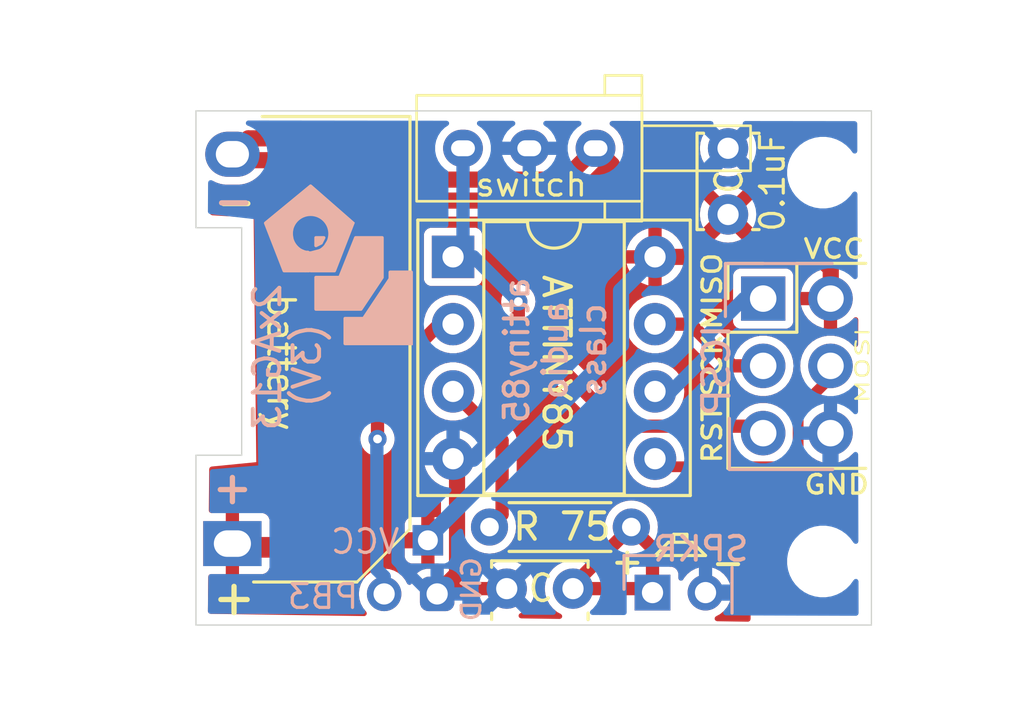
<source format=kicad_pcb>
(kicad_pcb (version 20240108) (generator "pcbnew") (generator_version "8.0")
  (layers (0 "F.Cu" signal) (31 "B.Cu" signal) (34 "B.Paste" user) (35 "F.Paste" user) (36 "B.SilkS" user "B.Silkscreen") (37 "F.SilkS" user "F.Silkscreen") (38 "B.Mask" user) (39 "F.Mask" user) (44 "Edge.Cuts" user))
  (net 0 "")
  (net 1 "GNDREF")
  (net 2 "VCC")
  (net 3 "/rst")
  (net 4 "Net-(ATTINY85-XTAL1{slash}PB3)")
  (net 5 "Net-(ATTINY85-XTAL2{slash}PB4)")
  (net 6 "Net-(ATTINY85-AREF{slash}PB0)")
  (net 7 "Net-(ATTINY85-PB1)")
  (net 8 "Net-(ATTINY85-PB2)")
  (net 9 "Net-(BT1--)")
  (net 10 "Net-(J3-Pin_1)")
  (footprint "Connector_PinSocket_2.00mm:PinSocket_1x02_P2.00mm_Vertical" (layer "F.Cu") (at 126.7 146.075 90)
    (property "Reference" "J3" (hide yes))
    (property "Value" "Conn_01x02")
    (pad "1" thru_hole rect (at 0 0 90) (size 1.35 1.35) (drill 0.8) (layers "*.Cu" "*.Mask") (net 10 "Net-(J3-Pin_1)"))
    (pad "2" thru_hole oval (at 0 2 90) (size 1.35 1.35) (drill 0.8) (layers "*.Cu" "*.Mask") (net 1 "GNDREF"))
  )
  (footprint "Package_DIP:DIP-8_W7.62mm_Socket" (layer "F.Cu") (at 119.175 133.4)
    (property "Reference" "ATTINY85" (at 3.9 4.02 -90) (layer "F.SilkS"))
    (property "Value" "ATtiny85-20PU")
    (fp_line (start -1.33 -1.39) (end -1.33 9.01) (stroke (width 0.12)) (layer "F.SilkS"))
    (fp_line (start -1.33 9.01) (end 8.95 9.01) (stroke (width 0.12)) (layer "F.SilkS"))
    (fp_line (start 1.16 -1.33) (end 1.16 8.95) (stroke (width 0.12)) (layer "F.SilkS"))
    (fp_line (start 1.16 8.95) (end 6.46 8.95) (stroke (width 0.12)) (layer "F.SilkS"))
    (fp_line (start 2.81 -1.33) (end 1.16 -1.33) (stroke (width 0.12)) (layer "F.SilkS"))
    (fp_line (start 6.46 -1.33) (end 4.81 -1.33) (stroke (width 0.12)) (layer "F.SilkS"))
    (fp_line (start 6.46 8.95) (end 6.46 -1.33) (stroke (width 0.12)) (layer "F.SilkS"))
    (fp_line (start 8.95 -1.39) (end -1.33 -1.39) (stroke (width 0.12)) (layer "F.SilkS"))
    (fp_line (start 8.95 9.01) (end 8.95 -1.39) (stroke (width 0.12)) (layer "F.SilkS"))
    (fp_arc (start 4.81 -1.33) (mid 3.81 -0.33) (end 2.81 -1.33) (stroke (width 0.12)) (layer "F.SilkS"))
    (pad "1" thru_hole rect (at 0 0) (size 1.6 1.6) (drill 0.8) (layers "*.Cu" "*.Mask") (net 3 "/rst"))
    (pad "2" thru_hole oval (at 0 2.54) (size 1.6 1.6) (drill 0.8) (layers "*.Cu" "*.Mask") (net 4 "Net-(ATTINY85-XTAL1{slash}PB3)"))
    (pad "3" thru_hole oval (at 0 5.08) (size 1.6 1.6) (drill 0.8) (layers "*.Cu" "*.Mask") (net 5 "Net-(ATTINY85-XTAL2{slash}PB4)"))
    (pad "4" thru_hole oval (at 0 7.62) (size 1.6 1.6) (drill 0.8) (layers "*.Cu" "*.Mask") (net 1 "GNDREF"))
    (pad "5" thru_hole oval (at 7.62 7.62) (size 1.6 1.6) (drill 0.8) (layers "*.Cu" "*.Mask") (net 6 "Net-(ATTINY85-AREF{slash}PB0)"))
    (pad "6" thru_hole oval (at 7.62 5.08) (size 1.6 1.6) (drill 0.8) (layers "*.Cu" "*.Mask") (net 7 "Net-(ATTINY85-PB1)"))
    (pad "7" thru_hole oval (at 7.62 2.54) (size 1.6 1.6) (drill 0.8) (layers "*.Cu" "*.Mask") (net 8 "Net-(ATTINY85-PB2)"))
    (pad "8" thru_hole oval (at 7.62 0) (size 1.6 1.6) (drill 0.8) (layers "*.Cu" "*.Mask") (net 2 "VCC"))
  )
  (footprint "Resistor_THT:R_Axial_DIN0204_L3.6mm_D1.6mm_P5.08mm_Horizontal" (layer "F.Cu") (at 125.75 143.6 180)
    (property "Reference" "Rfilter" (hide yes))
    (property "Value" "68")
    (fp_line (start 0.62 0.92) (end 4.46 0.92) (stroke (width 0.12)) (layer "F.SilkS"))
    (fp_line (start 0.62 -0.92) (end 4.46 -0.92) (stroke (width 0.12)) (layer "F.SilkS"))
    (pad "1" thru_hole circle (at -0.15 0 180) (size 1.4 1.4) (drill 0.7) (layers "*.Cu" "*.Mask") (net 10 "Net-(J3-Pin_1)"))
    (pad "2" thru_hole oval (at 5.2 0 180) (size 1.4 1.4) (drill 0.7) (layers "*.Cu" "*.Mask") (net 5 "Net-(ATTINY85-XTAL2{slash}PB4)"))
  )
  (footprint "Capacitor_THT:C_Disc_D3.4mm_W2.1mm_P2.50mm" (layer "F.Cu") (at 123.7 145.925 180)
    (property "Reference" "C2" (hide yes))
    (property "Value" ".1")
    (fp_line (start 3.07 0.805) (end 3.07 1.05) (stroke (width 0.12)) (layer "F.SilkS"))
    (fp_line (start 3.07 -1.17) (end 3.07 -0.925) (stroke (width 0.12)) (layer "F.SilkS"))
    (fp_line (start -0.57 1.05) (end 3.07 1.05) (stroke (width 0.12)) (layer "F.SilkS"))
    (fp_line (start -0.57 0.805) (end -0.57 1.05) (stroke (width 0.12)) (layer "F.SilkS"))
    (fp_line (start -0.57 -1.17) (end -0.57 -0.925) (stroke (width 0.12)) (layer "F.SilkS"))
    (pad "1" thru_hole circle (at 0 0 180) (size 1.52 1.52) (drill 0.8) (layers "*.Cu" "*.Mask") (net 10 "Net-(J3-Pin_1)"))
    (pad "2" thru_hole circle (at 2.5 0 180) (size 1.52 1.52) (drill 0.8) (layers "*.Cu" "*.Mask") (net 1 "GNDREF"))
  )
  (footprint "attinyspeaker:ag13by2" (layer "F.Cu") (at 110.85 136.875)
    (property "Reference" "BT1" (hide yes))
    (property "Value" "Battery")
    (fp_line (start 4.7 8.8) (end 6.7 6.8) (stroke (width 0.1)) (layer "F.SilkS"))
    (pad "1" thru_hole rect (at 0 7.35) (size 2.2 1.7) (drill oval 1.4 1) (layers "*.Cu" "*.Mask") (net 2 "VCC"))
    (pad "2" thru_hole oval (at 0 -7.35) (size 2.05 1.7) (drill oval 1.25 1) (layers "*.Cu" "*.Mask") (net 9 "Net-(BT1--)"))
  )
  (footprint "Capacitor_THT:C_Disc_D3.4mm_W2.1mm_P2.50mm" (layer "F.Cu") (at 129.55 131.8 90)
    (property "Reference" "C1" (hide yes))
    (property "Value" ".1")
    (fp_line (start 3.07 -1.17) (end 3.07 -0.925) (stroke (width 0.12)) (layer "F.SilkS"))
    (fp_line (start -0.57 -1.17) (end 3.07 -1.17) (stroke (width 0.12)) (layer "F.SilkS"))
    (fp_line (start -0.57 -1.17) (end -0.57 -0.925) (stroke (width 0.12)) (layer "F.SilkS"))
    (fp_line (start 3.07 0.925) (end 3.07 1.17) (stroke (width 0.12)) (layer "F.SilkS"))
    (fp_line (start -0.57 0.925) (end -0.57 1.17) (stroke (width 0.12)) (layer "F.SilkS"))
    (pad "1" thru_hole circle (at 0 0 90) (size 1.52 1.52) (drill 0.8) (layers "*.Cu" "*.Mask") (net 2 "VCC"))
    (pad "2" thru_hole circle (at 2.5 0 90) (size 1.52 1.52) (drill 0.8) (layers "*.Cu" "*.Mask") (net 1 "GNDREF"))
  )
  (footprint "Connector_PinHeader_2.00mm:PinHeader_1x02_P2.00mm_Vertical" (layer "F.Cu") (at 118.575 146.125 -90)
    (property "Reference" "J1" (hide yes))
    (property "Value" "Conn_01x02")
    (pad "1" thru_hole roundrect (at 0 0 270) (size 1.3 1.3) (drill 0.8) (layers "*.Cu" "*.Mask") (net 1 "GNDREF"))
    (pad "2" thru_hole oval (at 0 2 270) (size 1.3 1.3) (drill 0.8) (layers "*.Cu" "*.Mask") (net 4 "Net-(ATTINY85-XTAL1{slash}PB3)"))
  )
  (footprint "MountingHole:MountingHole_2.2mm_M2" (layer "F.Cu") (at 133.13 144.9)
    (property "Reference" "H1" (hide yes))
    (property "Value" "MountingHole")
    (pad "" np_thru_hole circle (at 0 0) (size 2.2 2.2) (drill 2.2) (layers "F&B.Cu" "*.Mask"))
  )
  (footprint "Connector_PinHeader_2.00mm:PinHeader_1x01_P2.00mm_Vertical" (layer "F.Cu") (at 118.225 144.1)
    (property "Reference" "J2" (hide yes))
    (property "Value" "Conn_01x01")
    (pad "1" thru_hole rect (at 0 0) (size 1.15 1.15) (drill 0.75) (layers "*.Cu" "*.Mask") (net 2 "VCC"))
  )
  (footprint "Connector_PinHeader_2.54mm:PinHeader_2x03_P2.54mm_Vertical" (layer "F.Cu") (at 130.875 134.975)
    (property "Reference" "J5" (hide yes))
    (property "Value" "Conn_02x03_Odd_Even")
    (fp_line (start -1.33 -1.33) (end 0 -1.33) (stroke (width 0.12)) (layer "F.SilkS"))
    (fp_line (start -1.33 0) (end -1.33 -1.33) (stroke (width 0.12)) (layer "F.SilkS"))
    (fp_line (start -1.33 1.27) (end -1.33 6.41) (stroke (width 0.12)) (layer "F.SilkS"))
    (fp_line (start -1.33 1.27) (end 1.27 1.27) (stroke (width 0.12)) (layer "F.SilkS"))
    (fp_line (start -1.33 6.41) (end 3.87 6.41) (stroke (width 0.12)) (layer "F.SilkS"))
    (fp_line (start 1.27 -1.33) (end 3.87 -1.33) (stroke (width 0.12)) (layer "F.SilkS"))
    (fp_line (start 1.27 1.27) (end 1.27 -1.33) (stroke (width 0.12)) (layer "F.SilkS"))
    (pad "1" thru_hole rect (at 0 0) (size 1.67 1.67) (drill 1) (layers "*.Cu" "*.Mask") (net 7 "Net-(ATTINY85-PB1)"))
    (pad "2" thru_hole oval (at 2.54 0) (size 1.68 1.68) (drill 1) (layers "*.Cu" "*.Mask") (net 2 "VCC"))
    (pad "3" thru_hole oval (at 0 2.54) (size 1.68 1.68) (drill 1) (layers "*.Cu" "*.Mask") (net 8 "Net-(ATTINY85-PB2)"))
    (pad "4" thru_hole oval (at 2.54 2.54) (size 1.68 1.68) (drill 1) (layers "*.Cu" "*.Mask") (net 6 "Net-(ATTINY85-AREF{slash}PB0)"))
    (pad "5" thru_hole oval (at 0 5.08) (size 1.68 1.68) (drill 1) (layers "*.Cu" "*.Mask") (net 3 "/rst"))
    (pad "6" thru_hole oval (at 2.54 5.08) (size 1.68 1.68) (drill 1) (layers "*.Cu" "*.Mask") (net 1 "GNDREF"))
  )
  (footprint "MountingHole:MountingHole_2.2mm_M2" (layer "F.Cu") (at 133.13 130.22)
    (property "Reference" "H2" (hide yes))
    (property "Value" "MountingHole")
    (pad "" np_thru_hole circle (at 0 0) (size 2.2 2.2) (drill 2.2) (layers "F&B.Cu" "*.Mask"))
  )
  (footprint "attinyspeaker:spdt_w_hole" (layer "F.Cu") (at 122.05 129.3)
    (property "Reference" "SW1" (hide yes))
    (property "Value" "SW_SPDT")
    (fp_line (start 2.85 -2.75) (end 2.85 -2) (stroke (width 0.1)) (layer "F.SilkS"))
    (fp_line (start 2.85 2.75) (end 2.85 2) (stroke (width 0.1)) (layer "F.SilkS"))
    (fp_line (start 2.85 2.75) (end 4.25 2.75) (stroke (width 0.1)) (layer "F.SilkS"))
    (fp_line (start 4.25 -2.75) (end 2.85 -2.75) (stroke (width 0.1)) (layer "F.SilkS"))
    (fp_line (start 4.25 2.75) (end 4.25 -2.75) (stroke (width 0.1)) (layer "F.SilkS"))
    (fp_rect (start -4.25 -2) (end 4.25 2) (stroke (width 0.1)) (fill none) (layer "F.SilkS"))
    (fp_rect (start 4.25 -0.85) (end 8.35 0.85) (stroke (width 0.1)) (fill none) (layer "F.SilkS"))
    (pad "1" thru_hole oval (at 2.5 0) (size 1.5 1.4) (drill oval 0.9 0.6) (layers "*.Cu" "*.Mask") (net 9 "Net-(BT1--)"))
    (pad "2" thru_hole oval (at 0 0) (size 1.5 1.4) (drill oval 0.9 0.6) (layers "*.Cu" "*.Mask") (net 1 "GNDREF"))
    (pad "3" thru_hole oval (at -2.5 0) (size 1.5 1.4) (drill oval 0.9 0.6) (layers "*.Cu" "*.Mask") (net 3 "/rst"))
  )
  (footprint "attinyspeaker:makerlogo" (layer "B.Cu") (at 115.7 134.875 180)
    (property "Reference" "REF**" (hide yes))
    (property "Value" "makerlogo")
    (fp_rect (start 2 0.95) (end 2.1 1.65) (stroke (width 0.12)) (fill none) (layer "B.SilkS"))
    (fp_circle (center 1.9 2.35) (end 1.7 3.05) (stroke (width 0.12)) (fill none) (layer "B.SilkS"))
    (fp_poly (pts (xy 1.7 1.9) (xy 1.5 2) (xy 1.4 2.2) (xy 1.7 2.2)) (stroke (width 0.12)) (fill solid) (layer "B.SilkS"))
    (fp_poly (pts (xy 1.7 0.7) (xy 1.7 -0.5) (xy 0 -0.5) (xy -0.8 0.7) (xy -0.8 2.2) (xy 0.2 2.2) (xy 0.8 0.7)) (stroke (width 0.12)) (fill solid) (layer "B.SilkS"))
    (fp_poly (pts (xy -1.9 0.9) (xy -1.1 0.9) (xy -1.1 0.65) (xy -0.1 -0.85) (xy 0.6 -0.85) (xy 0.6 -1.8) (xy -1.9 -1.8)) (stroke (width 0.12)) (fill solid) (layer "B.SilkS"))
    (fp_poly (pts (xy 3.6 2.75) (xy 2.9 0.95) (xy 2.1 0.95) (xy 2.1 1.65) (xy 2.43111 1.781779) (xy 2.6 2.05) (xy 2.62801 2.35) (xy 2.6 2.75) (xy 2.330206 3.044387) (xy 1.930206 3.172397) (xy 1.5 3.05) (xy 1.17199 2.65) (xy 1.1 2.25) (xy 1.3 1.95) (xy 1.4 1.75) (xy 1.9 1.62199) (xy 1.9 0.95) (xy 1 0.95) (xy 0.3 2.75) (xy 1.9 4.15)) (stroke (width 0.12)) (fill solid) (layer "B.SilkS"))
  )
  (gr_line (start 125.625 144.675) (end 125.625 145.95) (stroke (width 0.12)) (layer "B.SilkS"))
  (gr_line (start 129.6 139.5) (end 129.6 141.425) (stroke (width 0.12)) (layer "B.SilkS"))
  (gr_line (start 129.6 141.425) (end 133.5 141.425) (stroke (width 0.12)) (layer "B.SilkS"))
  (gr_line (start 129.7 145.125) (end 129.7 146.85) (stroke (width 0.12)) (layer "B.SilkS"))
  (gr_line (start 126.775 144.675) (end 125.625 144.675) (stroke (width 0.12)) (layer "B.SilkS"))
  (gr_line (start 129.45 135.65) (end 129.45 133.65) (stroke (width 0.12)) (layer "B.SilkS"))
  (gr_line (start 129.45 133.65) (end 133.475 133.65) (stroke (width 0.12)) (layer "B.SilkS"))
  (gr_line (start 117.55 143.675) (end 117.55 128.1) (stroke (width 0.12)) (layer "F.SilkS"))
  (gr_line (start 126.8 144.675) (end 128.7 144.675) (stroke (width 0.12)) (layer "F.SilkS"))
  (gr_line (start 128.2 144.175) (end 127.3 144.175) (stroke (width 0.12)) (layer "F.SilkS"))
  (gr_line (start 128 143.875) (end 127.5 143.875) (stroke (width 0.12)) (layer "F.SilkS"))
  (gr_line (start 128 144.175) (end 128 143.875) (stroke (width 0.12)) (layer "F.SilkS"))
  (gr_line (start 117.55 128.1) (end 111.975 128.1) (stroke (width 0.12)) (layer "F.SilkS"))
  (gr_line (start 127.3 144.175) (end 126.8 144.675) (stroke (width 0.12)) (layer "F.SilkS"))
  (gr_line (start 127.5 144.175) (end 127.5 143.875) (stroke (width 0.12)) (layer "F.SilkS"))
  (gr_line (start 128.7 144.675) (end 128.2 144.175) (stroke (width 0.12)) (layer "F.SilkS"))
  (gr_line (start 115.55 145.675) (end 111.65 145.675) (stroke (width 0.12)) (layer "F.SilkS"))
  (gr_line (start 111.2 132.3) (end 111.2 140.888) (stroke (width 0.05)) (layer "Edge.Cuts"))
  (gr_line (start 109.475 127.888) (end 109.475 132.3) (stroke (width 0.05)) (layer "Edge.Cuts"))
  (gr_line (start 134.9588 147.3) (end 134.9588 127.888) (stroke (width 0.05)) (layer "Edge.Cuts"))
  (gr_line (start 111.2 140.888) (end 109.475 140.888) (stroke (width 0.05)) (layer "Edge.Cuts"))
  (gr_line (start 109.475 140.888) (end 109.475 147.3) (stroke (width 0.05)) (layer "Edge.Cuts"))
  (gr_line (start 134.9588 127.888) (end 109.475 127.888) (stroke (width 0.05)) (layer "Edge.Cuts"))
  (gr_line (start 109.475 147.3) (end 134.9588 147.3) (stroke (width 0.05)) (layer "Edge.Cuts"))
  (gr_line (start 109.475 132.3) (end 111.2 132.3) (stroke (width 0.05)) (layer "Edge.Cuts"))
  (gr_text "PB3" (at 115.675 146.75 0) (layer "B.SilkS") (effects (font (size 0.9 0.9) (thickness 0.12)) (justify left bottom mirror)))
  (gr_text "GND" (at 120.275 144.65 90) (layer "B.SilkS") (effects (font (size 0.7 0.8) (thickness 0.12)) (justify left bottom mirror)))
  (gr_text "-" (at 111.775 131.975 0) (layer "B.SilkS") (effects (font (size 1.2 1.2) (thickness 0.2)) (justify left bottom mirror)))
  (gr_text "SPKR" (at 128.525 144.425 0) (layer "B.SilkS") (effects (font (size 0.9 0.9)) (justify mirror)))
  (gr_text "(3V)" (at 114.25 135.825 90) (layer "B.SilkS") (effects (font (size 1 1)) (justify left bottom mirror)))
  (gr_text "ICSP" (at 129.7 135.875 90) (layer "B.SilkS") (effects (font (size 1 1)) (justify left bottom mirror)))
  (gr_text "VCC" (at 117.225 144.675 0) (layer "B.SilkS") (effects (font (size 0.9 0.9) (thickness 0.12)) (justify left bottom mirror)))
  (gr_text "attiny85\naudio\nclass" (at 123.025 136.925 90) (layer "B.SilkS") (effects (font (size 0.9 0.9)) (justify mirror)))
  (gr_text "+" (at 111.725 142.8 0) (layer "B.SilkS") (effects (font (size 1.2 1.2) (thickness 0.2)) (justify left bottom mirror)))
  (gr_text "2xAG13" (at 112.75 134.325 90) (layer "B.SilkS") (effects (font (size 1 1)) (justify left bottom mirror)))
  (gr_text "GND" (at 133.65 142 0) (layer "F.SilkS") (effects (font (size 0.7 0.8) (thickness 0.13) (bold yes))))
  (gr_text "RST" (at 128.95 140.1 90) (layer "F.SilkS") (effects (font (size 0.7 0.8) (thickness 0.13) (bold yes))))
  (gr_text "battery" (at 112.1 134.7 270) (layer "F.SilkS") (effects (font (size 1 1) (thickness 0.13)) (justify left bottom)))
  (gr_text "C" (at 121.95 146.5 0) (layer "F.SilkS") (effects (font (size 1 0.9) (thickness 0.13)) (justify left bottom)))
  (gr_text "-" (at 129.55 145.075 180) (layer "F.SilkS") (effects (font (size 1 1))))
  (gr_text "0.1uF" (at 131.75 132.525 90) (layer "F.SilkS") (effects (font (size 0.9 0.9) (thickness 0.12)) (justify left bottom)))
  (gr_text "MOSI" (at 134.625 137.5 90) (layer "F.SilkS") (effects (font (size 0.5 0.8) (thickness 0.08))))
  (gr_text "+" (at 125.75 144.875 0) (layer "F.SilkS") (effects (font (size 1 1))))
  (gr_text "SCK" (at 128.95 137.5 90) (layer "F.SilkS") (effects (font (size 0.7 0.8) (thickness 0.13) (bold yes))))
  (gr_text "switch" (at 119.95 131.175 0) (layer "F.SilkS") (effects (font (size 0.85 0.9) (thickness 0.12)) (justify left bottom)))
  (gr_text "VCC" (at 133.55 133.1 0) (layer "F.SilkS") (effects (font (size 0.7 0.8) (thickness 0.13) (bold yes))))
  (gr_text "+" (at 109.975 147 0) (layer "F.SilkS") (effects (font (size 1.3 1.3) (thickness 0.2)) (justify left bottom)))
  (gr_text "R 75" (at 121.35 144.175 0) (layer "F.SilkS") (effects (font (size 1 1)) (justify left bottom)))
  (gr_text "-" (at 110.1 132 0) (layer "F.SilkS") (effects (font (size 1.2 1.2) (thickness 0.2)) (justify left bottom)))
  (gr_text "C" (at 130.175 131.1 90) (layer "F.SilkS") (effects (font (size 1 0.9) (thickness 0.13)) (justify left bottom)))
  (gr_text "MISO" (at 128.95 134.7 90) (layer "F.SilkS") (effects (font (size 0.7 0.8) (thickness 0.13) (bold yes))))
  (segment (start 121.2 145.925) (end 118.775 145.925) (width 0.5) (layer "F.Cu") (net 1))
  (segment (start 119.325 141.17) (end 119.325 145.375) (width 0.6096) (layer "F.Cu") (net 1))
  (segment (start 118.775 145.925) (end 118.575 146.125) (width 0.5) (layer "F.Cu") (net 1))
  (segment (start 119.175 141.02) (end 119.325 141.17) (width 0.6096) (layer "F.Cu") (net 1))
  (segment (start 119.325 145.375) (end 118.575 146.125) (width 0.6096) (layer "F.Cu") (net 1))
  (segment (start 127.275 131.7) (end 125.65 131.7) (width 0.6096) (layer "B.Cu") (net 1))
  (segment (start 132.444559 143.2452) (end 131.4752 144.214559) (width 0.6096) (layer "B.Cu") (net 1))
  (segment (start 130.025 146.075) (end 128.7 146.075) (width 0.6096) (layer "B.Cu") (net 1))
  (segment (start 125.65 131.7) (end 125.075 132.275) (width 0.6096) (layer "B.Cu") (net 1))
  (segment (start 118.3 146.125) (end 117.5 145.325) (width 0.4064) (layer "B.Cu") (net 1))
  (segment (start 125.075 132.275) (end 125.075 133.306129) (width 0.6096) (layer "B.Cu") (net 1))
  (segment (start 122.463 135.918129) (end 122.463 138.487) (width 0.6096) (layer "B.Cu") (net 1))
  (segment (start 129.55 129.3) (end 129.55 129.425) (width 0.6096) (layer "B.Cu") (net 1))
  (segment (start 133.415 142.685) (end 132.8548 143.2452) (width 0.6096) (layer "B.Cu") (net 1))
  (segment (start 122.463 138.487) (end 119.93 141.02) (width 0.6096) (layer "B.Cu") (net 1))
  (segment (start 131.4752 144.214559) (end 131.4752 144.6248) (width 0.6096) (layer "B.Cu") (net 1))
  (segment (start 125.075 133.306129) (end 122.463 135.918129) (width 0.6096) (layer "B.Cu") (net 1))
  (segment (start 131.4752 144.6248) (end 130.025 146.075) (width 0.6096) (layer "B.Cu") (net 1))
  (segment (start 129.55 129.425) (end 127.275 131.7) (width 0.6096) (layer "B.Cu") (net 1))
  (segment (start 119.93 141.02) (end 119.175 141.02) (width 0.6096) (layer "B.Cu") (net 1))
  (segment (start 118.575 146.125) (end 118.3 146.125) (width 0.4064) (layer "B.Cu") (net 1))
  (segment (start 133.415 140.055) (end 133.415 142.685) (width 0.6096) (layer "B.Cu") (net 1))
  (segment (start 132.8548 143.2452) (end 132.444559 143.2452) (width 0.6096) (layer "B.Cu") (net 1))
  (segment (start 111.075 144.45) (end 110.85 144.225) (width 0.6096) (layer "F.Cu") (net 2))
  (segment (start 118.225 144.1) (end 116.2 144.1) (width 0.6096) (layer "F.Cu") (net 2))
  (segment (start 126.795 133.4) (end 127.95 133.4) (width 0.6096) (layer "F.Cu") (net 2))
  (segment (start 129.55 131.8) (end 131.225 133.475) (width 0.6096) (layer "F.Cu") (net 2))
  (segment (start 133.425 133.85) (end 133.425 134.965) (width 0.6096) (layer "F.Cu") (net 2))
  (segment (start 127.95 133.4) (end 129.55 131.8) (width 0.6096) (layer "F.Cu") (net 2))
  (segment (start 116.2 144.1) (end 115.85 144.45) (width 0.6096) (layer "F.Cu") (net 2))
  (segment (start 131.225 133.475) (end 133.05 133.475) (width 0.6096) (layer "F.Cu") (net 2))
  (segment (start 133.425 134.965) (end 133.415 134.975) (width 0.6096) (layer "F.Cu") (net 2))
  (segment (start 133.05 133.475) (end 133.425 133.85) (width 0.6096) (layer "F.Cu") (net 2))
  (segment (start 115.85 144.45) (end 111.075 144.45) (width 0.6096) (layer "F.Cu") (net 2))
  (segment (start 118.225 144.1) (end 118.225 144) (width 0.6096) (layer "B.Cu") (net 2))
  (segment (start 125.5124 134.6826) (end 126.795 133.4) (width 0.6096) (layer "B.Cu") (net 2))
  (segment (start 118.225 144) (end 125.5124 136.7126) (width 0.6096) (layer "B.Cu") (net 2))
  (segment (start 125.5124 136.7126) (end 125.5124 134.6826) (width 0.6096) (layer "B.Cu") (net 2))
  (segment (start 125.4422 139.7922) (end 130.6122 139.7922) (width 0.5) (layer "F.Cu") (net 3))
  (segment (start 121.6375 135.9875) (end 125.4422 139.7922) (width 0.5) (layer "F.Cu") (net 3))
  (segment (start 130.6122 139.7922) (end 130.875 140.055) (width 0.5) (layer "F.Cu") (net 3))
  (segment (start 121.6375 135.0875) (end 121.6375 135.9875) (width 0.5) (layer "F.Cu") (net 3))
  (via (at 121.6375 135.0875) (size 0.6858) (drill 0.3302) (layers "F.Cu" "B.Cu") (net 3))
  (segment (start 119.55 129.3) (end 119.55 133.025) (width 0.5) (layer "B.Cu") (net 3))
  (segment (start 119.55 133.025) (end 119.175 133.4) (width 0.5) (layer "B.Cu") (net 3))
  (segment (start 121.6375 135.0875) (end 119.95 133.4) (width 0.5) (layer "B.Cu") (net 3))
  (segment (start 119.95 133.4) (end 119.175 133.4) (width 0.5) (layer "B.Cu") (net 3))
  (segment (start 116.325 138.275) (end 118.66 135.94) (width 0.5) (layer "F.Cu") (net 4))
  (segment (start 118.66 135.94) (end 119.175 135.94) (width 0.5) (layer "F.Cu") (net 4))
  (segment (start 116.325 140.275) (end 116.325 138.275) (width 0.5) (layer "F.Cu") (net 4))
  (via (at 116.325 140.275) (size 0.6858) (drill 0.3302) (layers "F.Cu" "B.Cu") (net 4))
  (segment (start 116.325 140.275) (end 116.3 140.3) (width 0.5) (layer "B.Cu") (net 4))
  (segment (start 116.575 145.475) (end 116.575 146.125) (width 0.5) (layer "B.Cu") (net 4))
  (segment (start 116.3 140.3) (end 116.3 145.2) (width 0.5) (layer "B.Cu") (net 4))
  (segment (start 116.3 145.2) (end 116.575 145.475) (width 0.5) (layer "B.Cu") (net 4))
  (segment (start 121.025 143.125) (end 121.025 140.33) (width 0.5) (layer "F.Cu") (net 5))
  (segment (start 120.55 143.6) (end 121.025 143.125) (width 0.5) (layer "F.Cu") (net 5))
  (segment (start 121.025 140.33) (end 119.175 138.48) (width 0.5) (layer "F.Cu") (net 5))
  (segment (start 132.194 139.181) (end 132.194 140.681) (width 0.4064) (layer "F.Cu") (net 6))
  (segment (start 131.55 141.325) (end 127.1 141.325) (width 0.4064) (layer "F.Cu") (net 6))
  (segment (start 127.1 141.325) (end 126.795 141.02) (width 0.4064) (layer "F.Cu") (net 6))
  (segment (start 133.415 137.515) (end 133.415 137.96) (width 0.4064) (layer "F.Cu") (net 6))
  (segment (start 132.194 140.681) (end 131.55 141.325) (width 0.4064) (layer "F.Cu") (net 6))
  (segment (start 133.415 137.96) (end 132.194 139.181) (width 0.4064) (layer "F.Cu") (net 6))
  (segment (start 126.795 138.48) (end 127.395 138.48) (width 0.5) (layer "B.Cu") (net 7))
  (segment (start 128.8 137.075) (end 128.8 136.325) (width 0.5) (layer "B.Cu") (net 7))
  (segment (start 127.395 138.48) (end 128.8 137.075) (width 0.5) (layer "B.Cu") (net 7))
  (segment (start 130.15 134.975) (end 130.875 134.975) (width 0.5) (layer "B.Cu") (net 7))
  (segment (start 128.8 136.325) (end 130.15 134.975) (width 0.5) (layer "B.Cu") (net 7))
  (segment (start 129.715 137.515) (end 130.875 137.515) (width 0.5) (layer "F.Cu") (net 8))
  (segment (start 126.795 135.94) (end 128.14 135.94) (width 0.5) (layer "F.Cu") (net 8))
  (segment (start 128.14 135.94) (end 129.715 137.515) (width 0.5) (layer "F.Cu") (net 8))
  (segment (start 110.85 129.525) (end 111.45 128.925) (width 0.6096) (layer "F.Cu") (net 9))
  (segment (start 123.3674 130.4826) (end 124.55 129.3) (width 0.6096) (layer "F.Cu") (net 9))
  (segment (start 118.4576 130.4826) (end 123.3674 130.4826) (width 0.6096) (layer "F.Cu") (net 9))
  (segment (start 123.8 131.275) (end 125.1625 129.9125) (width 0.6096) (layer "F.Cu") (net 9))
  (segment (start 110.85 129.525) (end 111.075 129.75) (width 0.6096) (layer "F.Cu") (net 9))
  (segment (start 118 131.275) (end 123.8 131.275) (width 0.6096) (layer "F.Cu") (net 9))
  (segment (start 116.475 129.75) (end 118 131.275) (width 0.6096) (layer "F.Cu") (net 9))
  (segment (start 111.45 128.925) (end 116.9 128.925) (width 0.6096) (layer "F.Cu") (net 9))
  (segment (start 116.9 128.925) (end 118.4576 130.4826) (width 0.6096) (layer "F.Cu") (net 9))
  (segment (start 111.075 129.75) (end 116.475 129.75) (width 0.6096) (layer "F.Cu") (net 9))
  (segment (start 125.1625 129.9125) (end 124.55 129.3) (width 0.6096) (layer "F.Cu") (net 9))
  (segment (start 123.7 145.925) (end 126.55 145.925) (width 0.5) (layer "F.Cu") (net 10))
  (segment (start 126.7 144.4) (end 125.9 143.6) (width 0.5) (layer "F.Cu") (net 10))
  (segment (start 126.55 145.925) (end 126.7 146.075) (width 0.5) (layer "F.Cu") (net 10))
  (segment (start 126.7 146.075) (end 126.7 144.4) (width 0.5) (layer "F.Cu") (net 10))
  (segment (start 123.7 145.8) (end 125.9 143.6) (width 0.5) (layer "F.Cu") (net 10))
  (segment (start 123.7 145.925) (end 123.7 145.8) (width 0.5) (layer "F.Cu") (net 10))
  (zone (net 2) (net_name "VCC") (layer "F.Cu") (priority 1) (connect_pads (clearance 0.3)) (min_thickness 0.2) (fill yes (thermal_gap 0.3) (thermal_bridge_width 0.5))
    (polygon (pts (xy 109.975 141.325) (xy 111.75 141.15) (xy 111.65 131.925) (xy 110 131.825) (xy 109.95 128.25) (xy 130.6 128.275) (xy 130.625 132.15) (xy 134.475 134.3) (xy 134.425 141.375) (xy 130.425 143.4) (xy 130.4 147.175) (xy 109.925 146.875)))
  )
  (zone (net 1) (net_name "GNDREF") (layer "B.Cu") (connect_pads (clearance 0.3)) (min_thickness 0.2) (fill yes (thermal_gap 0.3) (thermal_bridge_width 0.5))
    (polygon (pts (xy 110 141.425) (xy 111.825 141.275) (xy 111.675 131.975) (xy 109.925 131.775) (xy 109.95 128.25) (xy 134.425 128.275) (xy 134.475 146.95) (xy 109.925 146.875)))
  )
)
</source>
